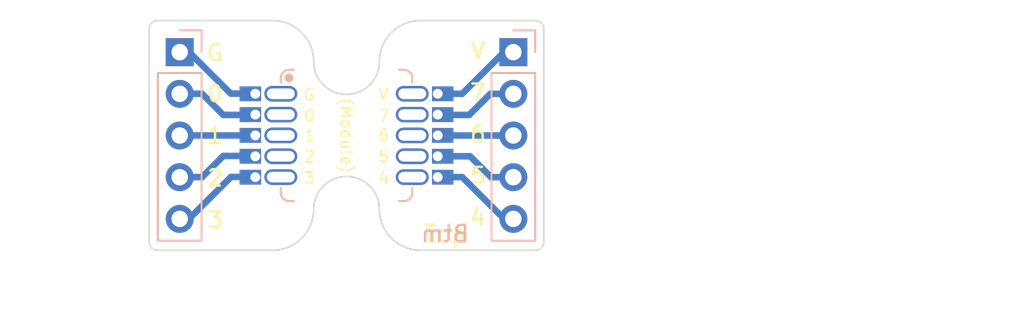
<source format=kicad_pcb>
(kicad_pcb (version 20211014) (generator pcbnew)
  (layers (0 "F.Cu" signal) (31 "B.Cu" signal) (34 "B.Paste" user) (35 "F.Paste" user) (36 "B.SilkS" user "B.Silkscreen") (37 "F.SilkS" user "F.Silkscreen") (38 "B.Mask" user) (39 "F.Mask" user) (44 "Edge.Cuts" user))
  (net 0 "")
  (net 1 "Net-(J2-Pad1)")
  (net 2 "Net-(J2-Pad2)")
  (net 3 "Net-(J2-Pad3)")
  (net 4 "Net-(J2-Pad4)")
  (net 5 "Net-(J2-Pad5)")
  (net 6 "Net-(J3-Pad1)")
  (net 7 "Net-(J3-Pad2)")
  (net 8 "Net-(J3-Pad3)")
  (net 9 "Net-(J3-Pad4)")
  (net 10 "Net-(J3-Pad5)")
  (footprint "204-pcb-wearable:FlexyPin_1x05_P1.27mm-with-line-R" (layer "F.Cu") (at 86.05 120.46)
    (fp_text reference "J3")
    (fp_text value "Conn_01x05_Female")
    (pad "" thru_hole oval (at -0.05 5.08) (size 2 0.95) (drill oval 1.7 0.65) (layers *.Cu *.Mask))
    (pad "" thru_hole oval (at -0.05 3.81) (size 2 0.95) (drill oval 1.7 0.65) (layers *.Cu *.Mask))
    (pad "" thru_hole oval (at -0.05 1.27) (size 2 0.95) (drill oval 1.7 0.65) (layers *.Cu *.Mask))
    (pad "" thru_hole oval (at -0.05 2.54) (size 2 0.95) (drill oval 1.7 0.65) (layers *.Cu *.Mask))
    (pad "" thru_hole oval (at -0.05 0) (size 2 0.95) (drill oval 1.7 0.65) (layers *.Cu *.Mask))
    (pad "1" thru_hole rect (at 1.5 0) (size 1.3 0.9) (drill 0.6 (offset 0.3 0)) (layers *.Cu *.Mask) (net 6 "Net-(J3-Pad1)"))
    (pad "2" thru_hole rect (at 1.5 1.27) (size 1.3 0.9) (drill 0.6 (offset 0.3 0)) (layers *.Cu *.Mask) (net 7 "Net-(J3-Pad2)"))
    (pad "3" thru_hole rect (at 1.5 2.54) (size 1.3 0.9) (drill 0.6 (offset 0.3 0)) (layers *.Cu *.Mask) (net 8 "Net-(J3-Pad3)"))
    (pad "4" thru_hole rect (at 1.5 3.81) (size 1.3 0.9) (drill 0.6 (offset 0.3 0)) (layers *.Cu *.Mask) (net 9 "Net-(J3-Pad4)"))
    (pad "5" thru_hole rect (at 1.5 5.08) (size 1.3 0.9) (drill 0.6 (offset 0.3 0)) (layers *.Cu *.Mask) (net 10 "Net-(J3-Pad5)"))
  )
  (footprint "clipboard:97588365-b7fd-43a2-89d1-f9339af11db1" (layer "F.Cu") (at 85.499999 126.499999 180)
    (fp_text reference "" (at 0 0) (layer "F.SilkS") (effects (font (size 1.27 1.27))))
    (fp_text value "" (at 0 0) (layer "F.SilkS") (effects (font (size 1.27 1.27))))
    (fp_line (start 0.299999 -0.500001) (end -0.000001 -0.500001) (layer "F.SilkS") (width 0.12))
    (fp_line (start -0.500001 -0.000001) (end -0.500001 0.299999) (layer "F.SilkS") (width 0.12))
    (fp_arc (start -0.500001 -0.000001) (mid -0.353554 -0.353554) (end -0.000001 -0.500001) (layer "F.SilkS") (width 0.12))
  )
  (footprint "clipboard:97588365-b7fd-43a2-89d1-f9339af11db1" (layer "F.Cu") (at 78.500001 126.499999 90)
    (fp_text reference "" (at 0 0 90) (layer "F.SilkS") (effects (font (size 1.27 1.27))))
    (fp_text value "" (at 0 0 90) (layer "F.SilkS") (effects (font (size 1.27 1.27))))
    (fp_line (start -0.500001 -0.000001) (end -0.500001 0.299999) (layer "F.SilkS") (width 0.12))
    (fp_line (start 0.299999 -0.500001) (end -0.000001 -0.500001) (layer "F.SilkS") (width 0.12))
    (fp_arc (start -0.500001 -0.000001) (mid -0.353554 -0.353554) (end -0.000001 -0.500001) (layer "F.SilkS") (width 0.12))
  )
  (footprint "clipboard:97588365-b7fd-43a2-89d1-f9339af11db1" (layer "F.Cu") (at 85.499999 119.500001 -90)
    (fp_text reference "" (at 0 0 90) (layer "F.SilkS") (effects (font (size 1.27 1.27))))
    (fp_text value "" (at 0 0 90) (layer "F.SilkS") (effects (font (size 1.27 1.27))))
    (fp_line (start -0.500001 -0.000001) (end -0.500001 0.299999) (layer "F.SilkS") (width 0.12))
    (fp_line (start 0.299999 -0.500001) (end -0.000001 -0.500001) (layer "F.SilkS") (width 0.12))
    (fp_arc (start -0.500001 -0.000001) (mid -0.353554 -0.353554) (end -0.000001 -0.500001) (layer "F.SilkS") (width 0.12))
  )
  (footprint "204-pcb-wearable:FlexyPin_1x05_P1.27mm-with-line-L" (layer "F.Cu") (at 76.45 120.46)
    (fp_text reference "J2")
    (fp_text value "Conn_01x05_Female")
    (pad "" thru_hole oval (at 1.55 3.81) (size 2 0.95) (drill oval 1.7 0.65) (layers *.Cu *.Mask))
    (pad "" thru_hole oval (at 1.55 1.27) (size 2 0.95) (drill oval 1.7 0.65) (layers *.Cu *.Mask))
    (pad "" thru_hole oval (at 1.55 5.08) (size 2 0.95) (drill oval 1.7 0.65) (layers *.Cu *.Mask))
    (pad "" thru_hole oval (at 1.55 0) (size 2 0.95) (drill oval 1.7 0.65) (layers *.Cu *.Mask))
    (pad "" thru_hole oval (at 1.55 2.54) (size 2 0.95) (drill oval 1.7 0.65) (layers *.Cu *.Mask))
    (pad "1" thru_hole rect (at 0 0) (size 1.3 0.9) (drill 0.6 (offset -0.3 0)) (layers *.Cu *.Mask) (net 1 "Net-(J2-Pad1)"))
    (pad "2" thru_hole rect (at 0 1.27) (size 1.3 0.9) (drill 0.6 (offset -0.3 0)) (layers *.Cu *.Mask) (net 2 "Net-(J2-Pad2)"))
    (pad "3" thru_hole rect (at 0 2.54) (size 1.3 0.9) (drill 0.6 (offset -0.3 0)) (layers *.Cu *.Mask) (net 3 "Net-(J2-Pad3)"))
    (pad "4" thru_hole rect (at 0 3.81) (size 1.3 0.9) (drill 0.6 (offset -0.3 0)) (layers *.Cu *.Mask) (net 4 "Net-(J2-Pad4)"))
    (pad "5" thru_hole rect (at 0 5.08) (size 1.3 0.9) (drill 0.6 (offset -0.3 0)) (layers *.Cu *.Mask) (net 5 "Net-(J2-Pad5)"))
  )
  (footprint "clipboard:97588365-b7fd-43a2-89d1-f9339af11db1" (layer "F.Cu") (at 78.500001 119.500001)
    (fp_text reference "" (at 0 0) (layer "F.SilkS") (effects (font (size 1.27 1.27))))
    (fp_text value "" (at 0 0) (layer "F.SilkS") (effects (font (size 1.27 1.27))))
    (fp_line (start 0.299999 -0.500001) (end -0.000001 -0.500001) (layer "F.SilkS") (width 0.12))
    (fp_line (start -0.500001 -0.000001) (end -0.500001 0.299999) (layer "F.SilkS") (width 0.12))
    (fp_arc (start -0.500001 -0.000001) (mid -0.353554 -0.353554) (end -0.000001 -0.500001) (layer "F.SilkS") (width 0.12))
  )
  (footprint "clipboard:97588365-b7fd-43a2-89d1-f9339af11db1" (layer "B.Cu") (at 78.500001 119.500001 -90)
    (fp_text reference "" (at 0 0 -270) (layer "F.SilkS") (effects (font (size 1.27 1.27))))
    (fp_text value "" (at 0 0 -270) (layer "F.SilkS") (effects (font (size 1.27 1.27))))
    (fp_line (start 0.299999 0.500001) (end -0.000001 0.500001) (layer "B.SilkS") (width 0.12))
    (fp_line (start -0.500001 0.000001) (end -0.500001 -0.299999) (layer "B.SilkS") (width 0.12))
    (fp_arc (start -0.000001 0.500001) (mid -0.353554 0.353554) (end -0.500001 0.000001) (layer "B.SilkS") (width 0.12))
  )
  (footprint "clipboard:97588365-b7fd-43a2-89d1-f9339af11db1" (layer "B.Cu") (at 78.500001 126.499999)
    (fp_text reference "" (at 0 0) (layer "F.SilkS") (effects (font (size 1.27 1.27))))
    (fp_text value "" (at 0 0) (layer "F.SilkS") (effects (font (size 1.27 1.27))))
    (fp_line (start 0.299999 0.500001) (end -0.000001 0.500001) (layer "B.SilkS") (width 0.12))
    (fp_line (start -0.500001 0.000001) (end -0.500001 -0.299999) (layer "B.SilkS") (width 0.12))
    (fp_arc (start -0.000001 0.500001) (mid -0.353554 0.353554) (end -0.500001 0.000001) (layer "B.SilkS") (width 0.12))
  )
  (footprint "clipboard:97588365-b7fd-43a2-89d1-f9339af11db1" (layer "B.Cu") (at 85.499999 119.500001 180)
    (fp_text reference "" (at 0 0) (layer "F.SilkS") (effects (font (size 1.27 1.27))))
    (fp_text value "" (at 0 0) (layer "F.SilkS") (effects (font (size 1.27 1.27))))
    (fp_line (start 0.299999 0.500001) (end -0.000001 0.500001) (layer "B.SilkS") (width 0.12))
    (fp_line (start -0.500001 0.000001) (end -0.500001 -0.299999) (layer "B.SilkS") (width 0.12))
    (fp_arc (start -0.000001 0.500001) (mid -0.353554 0.353554) (end -0.500001 0.000001) (layer "B.SilkS") (width 0.12))
  )
  (footprint "Connector_PinHeader_2.54mm:PinHeader_1x05_P2.54mm_Vertical" (layer "B.Cu") (at 92.15 117.925 180)
    (fp_text reference "J4")
    (fp_text value "Conn_01x05_Male" hide)
    (fp_line (start -1.33 1.33) (end 0 1.33) (layer "B.SilkS") (width 0.12))
    (fp_line (start -1.33 0) (end -1.33 1.33) (layer "B.SilkS") (width 0.12))
    (fp_line (start 1.33 -1.27) (end 1.33 -11.49) (layer "B.SilkS") (width 0.12))
    (fp_line (start -1.33 -11.49) (end 1.33 -11.49) (layer "B.SilkS") (width 0.12))
    (fp_line (start -1.33 -1.27) (end 1.33 -1.27) (layer "B.SilkS") (width 0.12))
    (fp_line (start -1.33 -1.27) (end -1.33 -11.49) (layer "B.SilkS") (width 0.12))
    (pad "1" thru_hole rect (at 0 0 180) (size 1.7 1.7) (drill 1) (layers *.Cu *.Mask) (net 6 "Net-(J3-Pad1)"))
    (pad "2" thru_hole oval (at 0 -2.54 180) (size 1.7 1.7) (drill 1) (layers *.Cu *.Mask) (net 7 "Net-(J3-Pad2)"))
    (pad "3" thru_hole oval (at 0 -5.08 180) (size 1.7 1.7) (drill 1) (layers *.Cu *.Mask) (net 8 "Net-(J3-Pad3)"))
    (pad "4" thru_hole oval (at 0 -7.62 180) (size 1.7 1.7) (drill 1) (layers *.Cu *.Mask) (net 9 "Net-(J3-Pad4)"))
    (pad "5" thru_hole oval (at 0 -10.16 180) (size 1.7 1.7) (drill 1) (layers *.Cu *.Mask) (net 10 "Net-(J3-Pad5)"))
  )
  (footprint "clipboard:97588365-b7fd-43a2-89d1-f9339af11db1" (layer "B.Cu") (at 85.499999 126.499999 90)
    (fp_text reference "" (at 0 0 90) (layer "F.SilkS") (effects (font (size 1.27 1.27))))
    (fp_text value "" (at 0 0 90) (layer "F.SilkS") (effects (font (size 1.27 1.27))))
    (fp_line (start 0.299999 0.500001) (end -0.000001 0.500001) (layer "B.SilkS") (width 0.12))
    (fp_line (start -0.500001 0.000001) (end -0.500001 -0.299999) (layer "B.SilkS") (width 0.12))
    (fp_arc (start -0.000001 0.500001) (mid -0.353554 0.353554) (end -0.500001 0.000001) (layer "B.SilkS") (width 0.12))
  )
  (footprint "Connector_PinHeader_2.54mm:PinHeader_1x05_P2.54mm_Vertical" (layer "B.Cu") (at 71.85 117.925 180)
    (fp_text reference "J1")
    (fp_text value "Conn_01x05_Male")
    (fp_line (start -1.33 -1.27) (end -1.33 -11.49) (layer "B.SilkS") (width 0.12))
    (fp_line (start -1.33 -1.27) (end 1.33 -1.27) (layer "B.SilkS") (width 0.12))
    (fp_line (start -1.33 1.33) (end 0 1.33) (layer "B.SilkS") (width 0.12))
    (fp_line (start -1.33 -11.49) (end 1.33 -11.49) (layer "B.SilkS") (width 0.12))
    (fp_line (start 1.33 -1.27) (end 1.33 -11.49) (layer "B.SilkS") (width 0.12))
    (fp_line (start -1.33 0) (end -1.33 1.33) (layer "B.SilkS") (width 0.12))
    (pad "1" thru_hole rect (at 0 0 180) (size 1.7 1.7) (drill 1) (layers *.Cu *.Mask) (net 1 "Net-(J2-Pad1)"))
    (pad "2" thru_hole oval (at 0 -2.54 180) (size 1.7 1.7) (drill 1) (layers *.Cu *.Mask) (net 2 "Net-(J2-Pad2)"))
    (pad "3" thru_hole oval (at 0 -5.08 180) (size 1.7 1.7) (drill 1) (layers *.Cu *.Mask) (net 3 "Net-(J2-Pad3)"))
    (pad "4" thru_hole oval (at 0 -7.62 180) (size 1.7 1.7) (drill 1) (layers *.Cu *.Mask) (net 4 "Net-(J2-Pad4)"))
    (pad "5" thru_hole oval (at 0 -10.16 180) (size 1.7 1.7) (drill 1) (layers *.Cu *.Mask) (net 5 "Net-(J2-Pad5)"))
  )
  (gr_circle (center 78.493553 119.5) (end 78.493553 119.7) (layer "B.SilkS") (width 0.15) (fill solid))
  (gr_circle (center 78.493553 119.5) (end 78.693553 119.5) (layer "F.SilkS") (width 0.15) (fill solid))
  (gr_line (start 70 129.5) (end 70 123) (layer "Edge.Cuts") (width 0.1))
  (gr_line (start 94 116.5) (end 94 129.5) (layer "Edge.Cuts") (width 0.1))
  (gr_line (start 86.5 116) (end 93.5 116) (layer "Edge.Cuts") (width 0.1))
  (gr_arc (start 70 116.5) (mid 70.146447 116.146447) (end 70.5 116) (layer "Edge.Cuts") (width 0.1))
  (gr_arc (start 77.5 116) (mid 79.267767 116.732233) (end 80 118.5) (layer "Edge.Cuts") (width 0.1))
  (gr_arc (start 80 127.5) (mid 82 125.5) (end 84 127.5) (layer "Edge.Cuts") (width 0.1))
  (gr_arc (start 80 127.5) (mid 79.267767 129.267767) (end 77.5 130) (layer "Edge.Cuts") (width 0.1))
  (gr_line (start 93.5 130) (end 86.5 130) (layer "Edge.Cuts") (width 0.1))
  (gr_arc (start 94 129.5) (mid 93.853553 129.853553) (end 93.5 130) (layer "Edge.Cuts") (width 0.1))
  (gr_arc (start 84 118.5) (mid 84.732233 116.732233) (end 86.5 116) (layer "Edge.Cuts") (width 0.1))
  (gr_arc (start 70.5 130) (mid 70.146447 129.853553) (end 70 129.5) (layer "Edge.Cuts") (width 0.1))
  (gr_line (start 70.5 116) (end 77.5 116) (layer "Edge.Cuts") (width 0.1))
  (gr_arc (start 84 118.5) (mid 82 120.5) (end 80 118.5) (layer "Edge.Cuts") (width 0.1))
  (gr_line (start 77.5 130) (end 70.5 130) (layer "Edge.Cuts") (width 0.1))
  (gr_arc (start 86.5 130) (mid 84.732233 129.267767) (end 84 127.5) (layer "Edge.Cuts") (width 0.1))
  (gr_arc (start 93.5 116) (mid 93.853553 116.146447) (end 94 116.5) (layer "Edge.Cuts") (width 0.1))
  (gr_line (start 70 123) (end 70 116.5) (layer "Edge.Cuts") (width 0.1))
  (gr_text "Btm" (at 88 129) (layer "B.SilkS") (effects (font (size 1 1)) (justify mirror)))
  (gr_text "0" (at 80.143553 121.8) (layer "F.SilkS") (effects (font (size 0.7 0.7) (thickness 0.1)) (justify right)))
  (gr_text "2" (at 80.143553 124.3) (layer "F.SilkS") (effects (font (size 0.7 0.7) (thickness 0.1)) (justify right)))
  (gr_text "6" (at 90 122.92) (layer "F.SilkS") (effects (font (size 1 1))))
  (gr_text "2" (at 74 125.6) (layer "F.SilkS") (effects (font (size 1 1))))
  (gr_text "V" (at 90 117.84) (layer "F.SilkS") (effects (font (size 1 1))))
  (gr_text "Top" (at 88 129) (layer "F.SilkS") (effects (font (size 1 1))))
  (gr_text "1" (at 80.143553 123) (layer "F.SilkS") (effects (font (size 0.7 0.7) (thickness 0.1)) (justify right)))
  (gr_text "7" (at 90 120.38) (layer "F.SilkS") (effects (font (size 1 1))))
  (gr_text "5" (at 83.876885 124.3) (layer "F.SilkS") (effects (font (size 0.7 0.7) (thickness 0.1)) (justify left)))
  (gr_text "6" (at 83.876885 123) (layer "F.SilkS") (effects (font (size 0.7 0.7) (thickness 0.1)) (justify left)))
  (gr_text "V" (at 83.876885 120.5) (layer "F.SilkS") (effects (font (size 0.7 0.7) (thickness 0.1)) (justify left)))
  (gr_text "7" (at 83.876885 121.8) (layer "F.SilkS") (effects (font (size 0.7 0.7) (thickness 0.1)) (justify left)))
  (gr_text "(Module)" (at 81.993553 123 270) (layer "F.SilkS") (effects (font (size 0.7 0.7) (thickness 0.1))))
  (gr_text "3" (at 74 128.14) (layer "F.SilkS") (effects (font (size 1 1))))
  (gr_text "4" (at 90 128) (layer "F.SilkS") (effects (font (size 1 1))))
  (gr_text "G" (at 74 117.98) (layer "F.SilkS") (effects (font (size 1 1))))
  (gr_text "1" (at 74 123) (layer "F.SilkS") (effects (font (size 1 1))))
  (gr_text "5" (at 90 125.46) (layer "F.SilkS") (effects (font (size 1 1))))
  (gr_text "4" (at 83.876885 125.6) (layer "F.SilkS") (effects (font (size 0.7 0.7) (thickness 0.1)) (justify left)))
  (gr_text "G" (at 80.143553 120.5204) (layer "F.SilkS") (effects (font (size 0.7 0.7) (thickness 0.1)) (justify right)))
  (gr_text "0" (at 74 120.46) (layer "F.SilkS") (effects (font (size 1 1))))
  (gr_text "3" (at 80.143553 125.6) (layer "F.SilkS") (effects (font (size 0.7 0.7) (thickness 0.1)) (justify right)))
  (segment (start 71.89 117.92) (end 72.42 117.92) (width 0.4) (layer "B.Cu") (net 1))
  (segment (start 72.42 117.92) (end 74.95 120.45) (width 0.4) (layer "B.Cu") (net 1))
  (segment (start 74.95 120.45) (end 76.443553 120.45) (width 0.4) (layer "B.Cu") (net 1))
  (segment (start 76.413553 121.75) (end 76.443553 121.72) (width 0.4) (layer "B.Cu") (net 2))
  (segment (start 71.89 120.46) (end 73.21 120.46) (width 0.4) (layer "B.Cu") (net 2))
  (segment (start 74.5 121.75) (end 76.413553 121.75) (width 0.4) (layer "B.Cu") (net 2))
  (segment (start 73.21 120.46) (end 74.5 121.75) (width 0.4) (layer "B.Cu") (net 2))
  (segment (start 71.89 123) (end 76.433553 123) (width 0.4) (layer "B.Cu") (net 3))
  (segment (start 76.433553 123) (end 76.443553 122.99) (width 0.4) (layer "B.Cu") (net 3))
  (segment (start 76.433553 124.25) (end 76.443553 124.26) (width 0.4) (layer "B.Cu") (net 4))
  (segment (start 71.89 125.54) (end 73.21 125.54) (width 0.4) (layer "B.Cu") (net 4))
  (segment (start 74.5 124.25) (end 76.433553 124.25) (width 0.4) (layer "B.Cu") (net 4))
  (segment (start 73.21 125.54) (end 74.5 124.25) (width 0.4) (layer "B.Cu") (net 4))
  (segment (start 72.42 128.08) (end 74.97 125.53) (width 0.4) (layer "B.Cu") (net 5))
  (segment (start 71.89 128.08) (end 72.42 128.08) (width 0.4) (layer "B.Cu") (net 5))
  (segment (start 74.97 125.53) (end 76.443553 125.53) (width 0.4) (layer "B.Cu") (net 5))
  (segment (start 91.575 117.925) (end 92.21 117.925) (width 0.4) (layer "B.Cu") (net 6))
  (segment (start 87.543553 120.46) (end 89.04 120.46) (width 0.4) (layer "B.Cu") (net 6))
  (segment (start 89.04 120.46) (end 91.575 117.925) (width 0.4) (layer "B.Cu") (net 6))
  (segment (start 92.21 120.465) (end 90.75 120.465) (width 0.4) (layer "B.Cu") (net 7))
  (segment (start 89.465 121.75) (end 87.563553 121.75) (width 0.4) (layer "B.Cu") (net 7))
  (segment (start 87.563553 121.75) (end 87.543553 121.73) (width 0.4) (layer "B.Cu") (net 7))
  (segment (start 90.75 120.465) (end 89.465 121.75) (width 0.4) (layer "B.Cu") (net 7))
  (segment (start 87.548553 123.005) (end 92.21 123.005) (width 0.4) (layer "B.Cu") (net 8))
  (segment (start 90.795 125.545) (end 92.21 125.545) (width 0.4) (layer "B.Cu") (net 9))
  (segment (start 87.543553 124.27) (end 89.52 124.27) (width 0.4) (layer "B.Cu") (net 9))
  (segment (start 89.52 124.27) (end 90.795 125.545) (width 0.4) (layer "B.Cu") (net 9))
  (segment (start 89.04 125.54) (end 91.585 128.085) (width 0.4) (layer "B.Cu") (net 10))
  (segment (start 87.543553 125.54) (end 89.04 125.54) (width 0.4) (layer "B.Cu") (net 10))
  (segment (start 91.585 128.085) (end 92.21 128.085) (width 0.4) (layer "B.Cu") (net 10))
)
</source>
